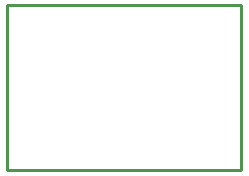
<source format=gbr>
G04 EAGLE Gerber RS-274X export*
G75*
%MOMM*%
%FSLAX34Y34*%
%LPD*%
%IN*%
%IPPOS*%
%AMOC8*
5,1,8,0,0,1.08239X$1,22.5*%
G01*
%ADD10C,0.254000*%


D10*
X0Y0D02*
X198120Y0D01*
X198120Y139700D01*
X0Y139700D01*
X0Y0D01*
M02*

</source>
